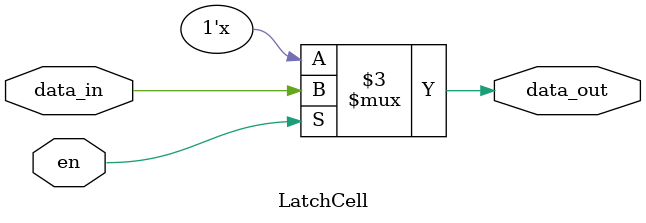
<source format=sv>
module AsyncLatch #(parameter WIDTH=4) (
    input en,
    input [WIDTH-1:0] data_in,
    output [WIDTH-1:0] data_out
);

    // 实例化锁存器单元
    genvar i;
    generate
        for (i = 0; i < WIDTH; i = i + 1) begin : latch_array
            LatchCell latch_inst (
                .en(en),
                .data_in(data_in[i]),
                .data_out(data_out[i])
            );
        end
    endgenerate

endmodule

// 单比特锁存器单元
module LatchCell (
    input en,
    input data_in,
    output reg data_out
);
    always @* if(en) data_out = data_in;
endmodule
</source>
